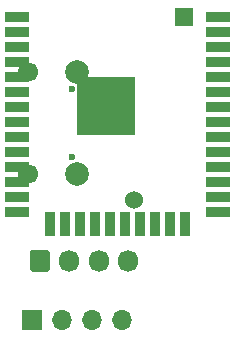
<source format=gbr>
%TF.GenerationSoftware,KiCad,Pcbnew,(5.1.9-0-10_14)*%
%TF.CreationDate,2021-04-09T16:47:02+01:00*%
%TF.ProjectId,Keypad,4b657970-6164-42e6-9b69-6361645f7063,2*%
%TF.SameCoordinates,Original*%
%TF.FileFunction,Soldermask,Top*%
%TF.FilePolarity,Negative*%
%FSLAX46Y46*%
G04 Gerber Fmt 4.6, Leading zero omitted, Abs format (unit mm)*
G04 Created by KiCad (PCBNEW (5.1.9-0-10_14)) date 2021-04-09 16:47:02*
%MOMM*%
%LPD*%
G01*
G04 APERTURE LIST*
%ADD10O,1.700000X1.700000*%
%ADD11R,1.700000X1.700000*%
%ADD12O,1.700000X1.850000*%
%ADD13R,1.524000X1.524000*%
%ADD14C,1.524000*%
%ADD15C,1.700000*%
%ADD16C,2.000000*%
%ADD17C,0.600000*%
%ADD18R,2.000000X0.900000*%
%ADD19R,0.900000X2.000000*%
%ADD20R,5.000000X5.000000*%
G04 APERTURE END LIST*
D10*
%TO.C,J3*%
X122320000Y-125400000D03*
X119780000Y-125400000D03*
X117240000Y-125400000D03*
D11*
X114700000Y-125400000D03*
%TD*%
D12*
%TO.C,J1*%
X122900000Y-120400000D03*
X120400000Y-120400000D03*
X117900000Y-120400000D03*
G36*
G01*
X114550000Y-121075000D02*
X114550000Y-119725000D01*
G75*
G02*
X114800000Y-119475000I250000J0D01*
G01*
X116000000Y-119475000D01*
G75*
G02*
X116250000Y-119725000I0J-250000D01*
G01*
X116250000Y-121075000D01*
G75*
G02*
X116000000Y-121325000I-250000J0D01*
G01*
X114800000Y-121325000D01*
G75*
G02*
X114550000Y-121075000I0J250000D01*
G01*
G37*
%TD*%
D13*
%TO.C,M1*%
X127570000Y-99770000D03*
%TD*%
D14*
%TO.C,U2*%
X123350000Y-115250000D03*
%TD*%
D15*
%TO.C,J2*%
X114390000Y-104375000D03*
X114390000Y-113025000D03*
D16*
X118570000Y-104375000D03*
X118570000Y-113025000D03*
D17*
X118090000Y-105810000D03*
X118090000Y-111590000D03*
%TD*%
D18*
%TO.C,U1*%
X130500000Y-99795000D03*
X130500000Y-101065000D03*
X130500000Y-102335000D03*
X130500000Y-103605000D03*
X130500000Y-104875000D03*
X130500000Y-106145000D03*
X130500000Y-107415000D03*
X130500000Y-108685000D03*
X130500000Y-109955000D03*
X130500000Y-111225000D03*
X130500000Y-112495000D03*
X130500000Y-113765000D03*
X130500000Y-115035000D03*
X130500000Y-116305000D03*
D19*
X127715000Y-117305000D03*
X126445000Y-117305000D03*
X125175000Y-117305000D03*
X123905000Y-117305000D03*
X122635000Y-117305000D03*
X121365000Y-117305000D03*
X120095000Y-117305000D03*
X118825000Y-117305000D03*
X117555000Y-117305000D03*
X116285000Y-117305000D03*
D18*
X113500000Y-116305000D03*
X113500000Y-115035000D03*
X113500000Y-113765000D03*
X113500000Y-112495000D03*
X113500000Y-111225000D03*
X113500000Y-109955000D03*
X113500000Y-108685000D03*
X113500000Y-107415000D03*
X113500000Y-106145000D03*
X113500000Y-104875000D03*
X113500000Y-103605000D03*
X113500000Y-102335000D03*
X113500000Y-101065000D03*
X113500000Y-99795000D03*
D20*
X121000000Y-107295000D03*
%TD*%
M02*

</source>
